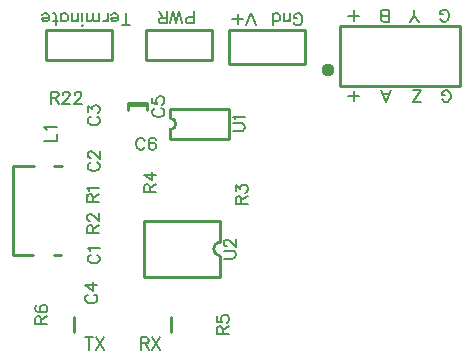
<source format=gto>
G04 DipTrace Beta 2.3.5.2*
%INUSBtoRS485converter.GTO*%
%MOMM*%
%ADD10C,0.25*%
%ADD13C,0.3*%
%ADD16C,1.111*%
%ADD46C,0.157*%
%FSLAX53Y53*%
G04*
G71*
G90*
G75*
G01*
%LNTopSilk*%
%LPD*%
X8504Y21413D2*
D10*
X10102D1*
X8504Y21603D2*
X10102D1*
X8504D2*
Y21004D1*
X10102Y21603D2*
Y21004D1*
X3908Y2208D2*
Y3507D1*
X12158Y3508D2*
Y2209D1*
X15586Y25264D2*
X10006D1*
Y27764D1*
X15586D1*
Y25264D1*
X23455Y24955D2*
X17055D1*
Y27755D1*
X23455D1*
Y24955D1*
X26450Y28101D2*
X36610D1*
Y23021D1*
X26450D1*
Y28101D1*
X7172Y25264D2*
X1592D1*
Y27764D1*
X7172D1*
Y25264D1*
D13*
X5039Y13813D3*
X2939Y16313D2*
D10*
X2239D1*
X539D2*
X-1261D1*
Y8712D1*
X439D1*
X2839D2*
X2239D1*
X12042Y18547D2*
X17042D1*
X12042Y21147D2*
X17042D1*
Y18547D2*
Y21147D1*
X12042Y19347D2*
Y18547D1*
Y20347D2*
Y21147D1*
Y19347D2*
G03X12042Y20347I0J500D01*
G01*
X16261Y11660D2*
X9861D1*
X16261Y6860D2*
X9861D1*
Y11660D2*
Y6860D1*
X16261Y11660D2*
Y9860D1*
Y8660D2*
Y6860D1*
Y9860D2*
G03X16261Y8660I111J-600D01*
G01*
D16*
X25418Y24371D3*
X5335Y8762D2*
D46*
X5239Y8713D1*
X5141Y8616D1*
X5093Y8519D1*
Y8325D1*
X5141Y8227D1*
X5239Y8131D1*
X5335Y8081D1*
X5481Y8033D1*
X5725D1*
X5870Y8081D1*
X5968Y8131D1*
X6064Y8227D1*
X6114Y8325D1*
Y8519D1*
X6064Y8616D1*
X5968Y8713D1*
X5870Y8762D1*
X5288Y9075D2*
X5239Y9173D1*
X5094Y9319D1*
X6114D1*
X5335Y16594D2*
X5239Y16546D1*
X5141Y16448D1*
X5093Y16351D1*
Y16157D1*
X5141Y16059D1*
X5239Y15963D1*
X5335Y15913D1*
X5481Y15865D1*
X5725D1*
X5870Y15913D1*
X5968Y15963D1*
X6064Y16059D1*
X6114Y16157D1*
Y16351D1*
X6064Y16448D1*
X5968Y16546D1*
X5870Y16594D1*
X5336Y16957D2*
X5288D1*
X5190Y17005D1*
X5142Y17054D1*
X5094Y17151D1*
Y17346D1*
X5142Y17442D1*
X5190Y17491D1*
X5288Y17540D1*
X5385D1*
X5482Y17491D1*
X5627Y17394D1*
X6114Y16908D1*
Y17588D1*
X5335Y20451D2*
X5239Y20402D1*
X5141Y20305D1*
X5093Y20208D1*
Y20014D1*
X5141Y19916D1*
X5239Y19820D1*
X5335Y19770D1*
X5481Y19722D1*
X5725D1*
X5870Y19770D1*
X5968Y19820D1*
X6064Y19916D1*
X6114Y20014D1*
Y20208D1*
X6064Y20305D1*
X5968Y20402D1*
X5870Y20451D1*
X5094Y20862D2*
Y21396D1*
X5482Y21105D1*
Y21251D1*
X5531Y21347D1*
X5579Y21396D1*
X5725Y21445D1*
X5822D1*
X5968Y21396D1*
X6065Y21299D1*
X6114Y21153D1*
Y21007D1*
X6065Y20862D1*
X6016Y20814D1*
X5919Y20765D1*
X5127Y5400D2*
X5030Y5352D1*
X4932Y5254D1*
X4884Y5158D1*
Y4963D1*
X4932Y4866D1*
X5030Y4769D1*
X5127Y4720D1*
X5273Y4671D1*
X5516D1*
X5661Y4720D1*
X5759Y4769D1*
X5856Y4866D1*
X5905Y4963D1*
Y5158D1*
X5856Y5254D1*
X5759Y5352D1*
X5661Y5400D1*
X5905Y6200D2*
X4885D1*
X5565Y5714D1*
Y6443D1*
X10790Y21171D2*
X10694Y21122D1*
X10596Y21025D1*
X10548Y20928D1*
Y20734D1*
X10596Y20636D1*
X10694Y20539D1*
X10790Y20490D1*
X10936Y20442D1*
X11180D1*
X11325Y20490D1*
X11423Y20539D1*
X11519Y20636D1*
X11569Y20734D1*
Y20928D1*
X11519Y21025D1*
X11423Y21122D1*
X11325Y21171D1*
X10549Y22067D2*
Y21582D1*
X10986Y21534D1*
X10937Y21582D1*
X10888Y21728D1*
Y21873D1*
X10937Y22019D1*
X11034Y22117D1*
X11180Y22165D1*
X11277D1*
X11423Y22117D1*
X11520Y22019D1*
X11569Y21873D1*
Y21728D1*
X11520Y21582D1*
X11471Y21534D1*
X11374Y21484D1*
X9933Y18416D2*
X9885Y18512D1*
X9787Y18610D1*
X9690Y18658D1*
X9496D1*
X9398Y18610D1*
X9302Y18512D1*
X9252Y18416D1*
X9204Y18270D1*
Y18026D1*
X9252Y17881D1*
X9302Y17784D1*
X9398Y17687D1*
X9496Y17638D1*
X9690D1*
X9787Y17687D1*
X9885Y17784D1*
X9933Y17881D1*
X10830Y18512D2*
X10781Y18609D1*
X10635Y18657D1*
X10539D1*
X10393Y18609D1*
X10295Y18463D1*
X10247Y18220D1*
Y17978D1*
X10295Y17784D1*
X10393Y17686D1*
X10539Y17638D1*
X10587D1*
X10732Y17686D1*
X10830Y17784D1*
X10878Y17930D1*
Y17978D1*
X10830Y18124D1*
X10732Y18220D1*
X10587Y18269D1*
X10539D1*
X10393Y18220D1*
X10295Y18124D1*
X10247Y17978D1*
X5161Y1763D2*
Y742D1*
X4821Y1763D2*
X5501D1*
X5815D2*
X6496Y742D1*
Y1763D2*
X5815Y742D1*
X9570Y1277D2*
X10007D1*
X10153Y1327D1*
X10203Y1375D1*
X10251Y1471D1*
Y1569D1*
X10203Y1666D1*
X10153Y1715D1*
X10007Y1763D1*
X9570D1*
Y743D1*
X9911Y1277D2*
X10251Y743D1*
X10565Y1763D2*
X11245Y743D1*
Y1763D2*
X10565Y743D1*
X1425Y18438D2*
X2446D1*
Y19021D1*
X1620Y19335D2*
X1571Y19432D1*
X1426Y19578D1*
X2446D1*
X5529Y13194D2*
Y13631D1*
X5480Y13777D1*
X5431Y13826D1*
X5335Y13874D1*
X5237D1*
X5140Y13826D1*
X5091Y13777D1*
X5043Y13631D1*
Y13194D1*
X6064D1*
X5529Y13534D2*
X6064Y13874D1*
X5238Y14188D2*
X5189Y14286D1*
X5044Y14432D1*
X6064D1*
X5529Y10594D2*
Y11031D1*
X5480Y11177D1*
X5431Y11226D1*
X5335Y11274D1*
X5237D1*
X5140Y11226D1*
X5091Y11177D1*
X5043Y11031D1*
Y10594D1*
X6064D1*
X5529Y10934D2*
X6064Y11274D1*
X5286Y11637D2*
X5238D1*
X5140Y11686D1*
X5092Y11734D1*
X5044Y11832D1*
Y12026D1*
X5092Y12123D1*
X5140Y12171D1*
X5238Y12220D1*
X5335D1*
X5432Y12171D1*
X5577Y12074D1*
X6064Y11588D1*
Y12269D1*
X18096Y13032D2*
Y13468D1*
X18047Y13614D1*
X17998Y13664D1*
X17902Y13712D1*
X17804D1*
X17707Y13664D1*
X17658Y13614D1*
X17610Y13468D1*
Y13032D1*
X18631D1*
X18096Y13372D2*
X18631Y13712D1*
X17611Y14124D2*
Y14657D1*
X17999Y14366D1*
Y14512D1*
X18048Y14609D1*
X18096Y14657D1*
X18242Y14706D1*
X18339D1*
X18485Y14657D1*
X18582Y14560D1*
X18631Y14414D1*
Y14268D1*
X18582Y14124D1*
X18533Y14075D1*
X18436Y14026D1*
X10338Y14062D2*
Y14499D1*
X10289Y14645D1*
X10241Y14695D1*
X10144Y14743D1*
X10046D1*
X9950Y14695D1*
X9900Y14645D1*
X9852Y14499D1*
Y14062D1*
X10873D1*
X10338Y14403D2*
X10873Y14743D1*
Y15543D2*
X9853D1*
X10533Y15057D1*
Y15786D1*
X16512Y2021D2*
Y2457D1*
X16463Y2603D1*
X16414Y2653D1*
X16318Y2701D1*
X16220D1*
X16123Y2653D1*
X16074Y2603D1*
X16026Y2457D1*
Y2021D1*
X17047D1*
X16512Y2361D2*
X17047Y2701D1*
X16027Y3598D2*
Y3113D1*
X16464Y3064D1*
X16415Y3113D1*
X16366Y3259D1*
Y3403D1*
X16415Y3549D1*
X16512Y3647D1*
X16658Y3695D1*
X16755D1*
X16901Y3647D1*
X16998Y3549D1*
X17047Y3403D1*
Y3259D1*
X16998Y3113D1*
X16949Y3064D1*
X16852Y3015D1*
X1133Y2895D2*
Y3332D1*
X1084Y3478D1*
X1036Y3527D1*
X939Y3576D1*
X841D1*
X745Y3527D1*
X695Y3478D1*
X647Y3332D1*
Y2895D1*
X1668D1*
X1133Y3235D2*
X1668Y3576D1*
X793Y4472D2*
X697Y4424D1*
X648Y4278D1*
Y4181D1*
X697Y4035D1*
X843Y3938D1*
X1085Y3889D1*
X1328D1*
X1522Y3938D1*
X1620Y4035D1*
X1668Y4181D1*
Y4230D1*
X1620Y4375D1*
X1522Y4472D1*
X1376Y4521D1*
X1328D1*
X1182Y4472D1*
X1085Y4375D1*
X1037Y4230D1*
Y4181D1*
X1085Y4035D1*
X1182Y3938D1*
X1328Y3889D1*
X1939Y22075D2*
X2375D1*
X2521Y22125D1*
X2571Y22173D1*
X2619Y22269D1*
Y22367D1*
X2571Y22464D1*
X2521Y22513D1*
X2375Y22561D1*
X1939D1*
Y21541D1*
X2279Y22075D2*
X2619Y21541D1*
X2982Y22318D2*
Y22366D1*
X3031Y22464D1*
X3079Y22512D1*
X3177Y22560D1*
X3371D1*
X3467Y22512D1*
X3516Y22464D1*
X3565Y22366D1*
Y22269D1*
X3516Y22172D1*
X3419Y22027D1*
X2933Y21541D1*
X3613D1*
X3977Y22318D2*
Y22366D1*
X4025Y22464D1*
X4073Y22512D1*
X4171Y22560D1*
X4365D1*
X4462Y22512D1*
X4510Y22464D1*
X4560Y22366D1*
Y22269D1*
X4510Y22172D1*
X4414Y22027D1*
X3927Y21541D1*
X4608D1*
X17387Y19228D2*
X18116D1*
X18262Y19276D1*
X18358Y19374D1*
X18408Y19520D1*
Y19617D1*
X18358Y19763D1*
X18262Y19860D1*
X18116Y19909D1*
X17387D1*
X17582Y20222D2*
X17533Y20320D1*
X17388Y20466D1*
X18408D1*
X16606Y8423D2*
X17335D1*
X17481Y8471D1*
X17577Y8569D1*
X17627Y8715D1*
Y8811D1*
X17577Y8957D1*
X17481Y9055D1*
X17335Y9103D1*
X16606D1*
X16849Y9466D2*
X16801D1*
X16703Y9515D1*
X16655Y9563D1*
X16607Y9661D1*
Y9855D1*
X16655Y9951D1*
X16703Y10000D1*
X16801Y10049D1*
X16898D1*
X16995Y10000D1*
X17140Y9903D1*
X17627Y9417D1*
Y10097D1*
X19302Y28189D2*
X18914Y29210D1*
X18525Y28189D1*
X17774Y28263D2*
Y29138D1*
X18211Y28701D2*
X17336D1*
X22542Y28432D2*
X22591Y28335D1*
X22688Y28237D1*
X22785Y28189D1*
X22979D1*
X23077Y28237D1*
X23174Y28335D1*
X23223Y28432D1*
X23271Y28578D1*
Y28821D1*
X23223Y28966D1*
X23174Y29064D1*
X23077Y29161D1*
X22979Y29210D1*
X22785D1*
X22688Y29161D1*
X22591Y29064D1*
X22542Y28966D1*
Y28821D1*
X22785D1*
X22229Y28529D2*
Y29210D1*
Y28724D2*
X22083Y28578D1*
X21985Y28529D1*
X21840D1*
X21742Y28578D1*
X21694Y28724D1*
Y29210D1*
X20798Y28189D2*
Y29210D1*
Y28675D2*
X20894Y28578D1*
X20992Y28529D1*
X21138D1*
X21234Y28578D1*
X21332Y28675D1*
X21380Y28821D1*
Y28918D1*
X21332Y29064D1*
X21234Y29161D1*
X21138Y29210D1*
X20992D1*
X20894Y29161D1*
X20798Y29064D1*
X14063Y28882D2*
X13625D1*
X13480Y28834D1*
X13431Y28785D1*
X13382Y28688D1*
Y28542D1*
X13431Y28446D1*
X13480Y28396D1*
X13625Y28348D1*
X14063D1*
Y29369D1*
X13069Y28348D2*
X12825Y29369D1*
X12582Y28348D1*
X12340Y29369D1*
X12096Y28348D1*
X11782Y28834D2*
X11345D1*
X11199Y28785D1*
X11150Y28736D1*
X11102Y28640D1*
Y28542D1*
X11150Y28446D1*
X11199Y28396D1*
X11345Y28348D1*
X11782D1*
Y29369D1*
X11442Y28834D2*
X11102Y29369D1*
X8325Y28189D2*
Y29210D1*
X8665Y28189D2*
X7984D1*
X7670Y28821D2*
X7088D1*
Y28724D1*
X7136Y28626D1*
X7184Y28578D1*
X7282Y28529D1*
X7428D1*
X7524Y28578D1*
X7622Y28675D1*
X7670Y28821D1*
Y28918D1*
X7622Y29064D1*
X7524Y29161D1*
X7428Y29210D1*
X7282D1*
X7184Y29161D1*
X7088Y29064D1*
X6774Y28529D2*
Y29210D1*
Y28821D2*
X6724Y28675D1*
X6628Y28578D1*
X6530Y28529D1*
X6384D1*
X6070D2*
Y29210D1*
Y28724D2*
X5924Y28578D1*
X5827Y28529D1*
X5682D1*
X5584Y28578D1*
X5536Y28724D1*
Y29210D1*
Y28724D2*
X5390Y28578D1*
X5292Y28529D1*
X5147D1*
X5050Y28578D1*
X5000Y28724D1*
Y29210D1*
X4686Y28189D2*
X4638Y28237D1*
X4589Y28189D1*
X4638Y28140D1*
X4686Y28189D1*
X4638Y28529D2*
Y29210D1*
X4275Y28529D2*
Y29210D1*
Y28724D2*
X4129Y28578D1*
X4031Y28529D1*
X3886D1*
X3789Y28578D1*
X3740Y28724D1*
Y29210D1*
X2844Y28529D2*
Y29210D1*
Y28675D2*
X2940Y28578D1*
X3038Y28529D1*
X3183D1*
X3281Y28578D1*
X3377Y28675D1*
X3427Y28821D1*
Y28918D1*
X3377Y29064D1*
X3281Y29161D1*
X3183Y29210D1*
X3038D1*
X2940Y29161D1*
X2844Y29064D1*
X2384Y28189D2*
Y29016D1*
X2336Y29161D1*
X2238Y29210D1*
X2142D1*
X2530Y28529D2*
X2190D1*
X1828Y28821D2*
X1245D1*
Y28724D1*
X1293Y28626D1*
X1341Y28578D1*
X1439Y28529D1*
X1585D1*
X1682Y28578D1*
X1779Y28675D1*
X1828Y28821D1*
Y28918D1*
X1779Y29064D1*
X1682Y29161D1*
X1585Y29210D1*
X1439D1*
X1341Y29161D1*
X1245Y29064D1*
X29955Y22701D2*
X30345Y21680D1*
X30733Y22701D1*
X30587Y22360D2*
X30101D1*
X33273Y21680D2*
X32593D1*
X33273Y22701D1*
X32593D1*
X34926Y28749D2*
X34974Y28653D1*
X35072Y28555D1*
X35169Y28507D1*
X35363D1*
X35461Y28555D1*
X35557Y28653D1*
X35607Y28749D1*
X35655Y28895D1*
Y29139D1*
X35607Y29284D1*
X35557Y29381D1*
X35461Y29478D1*
X35363Y29527D1*
X35169D1*
X35072Y29478D1*
X34974Y29381D1*
X34926Y29284D1*
Y29139D1*
X35169D1*
X30574Y28507D2*
Y29527D1*
X30136D1*
X29990Y29478D1*
X29942Y29430D1*
X29894Y29333D1*
Y29187D1*
X29942Y29089D1*
X29990Y29041D1*
X30136Y28993D1*
X29990Y28943D1*
X29942Y28895D1*
X29894Y28799D1*
Y28701D1*
X29942Y28604D1*
X29990Y28555D1*
X30136Y28507D1*
X30574D1*
Y28993D2*
X30136D1*
X33115Y28507D2*
X32726Y28993D1*
Y29527D1*
X32338Y28507D2*
X32726Y28993D1*
X27597Y28580D2*
Y29455D1*
X28034Y29018D2*
X27159D1*
X35085Y21922D2*
X35133Y21826D1*
X35231Y21728D1*
X35327Y21680D1*
X35522D1*
X35619Y21728D1*
X35716Y21826D1*
X35765Y21922D1*
X35814Y22068D1*
Y22312D1*
X35765Y22457D1*
X35716Y22555D1*
X35619Y22651D1*
X35522Y22701D1*
X35327D1*
X35231Y22651D1*
X35133Y22555D1*
X35085Y22457D1*
Y22312D1*
X35327D1*
X27597Y21753D2*
Y22628D1*
X28034Y22191D2*
X27159D1*
M02*

</source>
